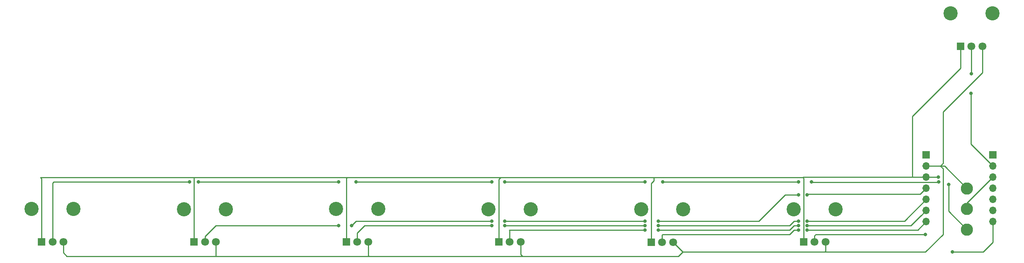
<source format=gbr>
%TF.GenerationSoftware,KiCad,Pcbnew,7.0.5-0*%
%TF.CreationDate,2023-08-11T11:25:24-04:00*%
%TF.ProjectId,AmpSim,416d7053-696d-42e6-9b69-6361645f7063,rev?*%
%TF.SameCoordinates,Original*%
%TF.FileFunction,Copper,L1,Top*%
%TF.FilePolarity,Positive*%
%FSLAX46Y46*%
G04 Gerber Fmt 4.6, Leading zero omitted, Abs format (unit mm)*
G04 Created by KiCad (PCBNEW 7.0.5-0) date 2023-08-11 11:25:24*
%MOMM*%
%LPD*%
G01*
G04 APERTURE LIST*
%TA.AperFunction,ComponentPad*%
%ADD10C,2.800000*%
%TD*%
%TA.AperFunction,ComponentPad*%
%ADD11C,1.800000*%
%TD*%
%TA.AperFunction,ComponentPad*%
%ADD12R,1.800000X1.800000*%
%TD*%
%TA.AperFunction,ComponentPad*%
%ADD13C,3.240000*%
%TD*%
%TA.AperFunction,ComponentPad*%
%ADD14R,1.700000X1.700000*%
%TD*%
%TA.AperFunction,ComponentPad*%
%ADD15O,1.700000X1.700000*%
%TD*%
%TA.AperFunction,ViaPad*%
%ADD16C,0.800000*%
%TD*%
%TA.AperFunction,Conductor*%
%ADD17C,0.250000*%
%TD*%
G04 APERTURE END LIST*
D10*
%TO.P,SW1,1,A*%
%TO.N,+3.3V*%
X270500000Y-212900000D03*
%TO.P,SW1,2,B*%
%TO.N,/P2*%
X270500000Y-208200000D03*
%TO.P,SW1,3,C*%
%TO.N,GND*%
X270500000Y-203500000D03*
%TD*%
D11*
%TO.P,RV2,3,3*%
%TO.N,GND*%
X133780000Y-215725000D03*
%TO.P,RV2,2,2*%
%TO.N,/P9*%
X131280000Y-215725000D03*
D12*
%TO.P,RV2,1,1*%
%TO.N,+3.3V*%
X128780000Y-215725000D03*
D13*
%TO.P,RV2,*%
%TO.N,*%
X136080000Y-208225000D03*
X126480000Y-208225000D03*
%TD*%
D11*
%TO.P,RV4,3,3*%
%TO.N,GND*%
X274000000Y-171000000D03*
%TO.P,RV4,2,2*%
%TO.N,/P1*%
X271500000Y-171000000D03*
D12*
%TO.P,RV4,1,1*%
%TO.N,+3.3V*%
X269000000Y-171000000D03*
D13*
%TO.P,RV4,*%
%TO.N,*%
X276300000Y-163500000D03*
X266700000Y-163500000D03*
%TD*%
D11*
%TO.P,RV6,3,3*%
%TO.N,GND*%
X64220000Y-215735000D03*
%TO.P,RV6,2,2*%
%TO.N,/P5*%
X61720000Y-215735000D03*
D12*
%TO.P,RV6,1,1*%
%TO.N,+3.3V*%
X59220000Y-215735000D03*
D13*
%TO.P,RV6,*%
%TO.N,*%
X66520000Y-208235000D03*
X56920000Y-208235000D03*
%TD*%
D11*
%TO.P,RV5,3,3*%
%TO.N,GND*%
X203390000Y-215785000D03*
%TO.P,RV5,2,2*%
%TO.N,/P7*%
X200890000Y-215785000D03*
D12*
%TO.P,RV5,1,1*%
%TO.N,+3.3V*%
X198390000Y-215785000D03*
D13*
%TO.P,RV5,*%
%TO.N,*%
X205690000Y-208285000D03*
X196090000Y-208285000D03*
%TD*%
D11*
%TO.P,RV1,3,3*%
%TO.N,GND*%
X168570000Y-215765000D03*
%TO.P,RV1,2,2*%
%TO.N,/P8*%
X166070000Y-215765000D03*
D12*
%TO.P,RV1,1,1*%
%TO.N,+3.3V*%
X163570000Y-215765000D03*
D13*
%TO.P,RV1,*%
%TO.N,*%
X170870000Y-208265000D03*
X161270000Y-208265000D03*
%TD*%
D11*
%TO.P,RV3,3,3*%
%TO.N,GND*%
X99030000Y-215765000D03*
%TO.P,RV3,2,2*%
%TO.N,/P10*%
X96530000Y-215765000D03*
D12*
%TO.P,RV3,1,1*%
%TO.N,+3.3V*%
X94030000Y-215765000D03*
D13*
%TO.P,RV3,*%
%TO.N,*%
X101330000Y-208265000D03*
X91730000Y-208265000D03*
%TD*%
%TO.P,RV7,*%
%TO.N,*%
X230890000Y-208260000D03*
X240490000Y-208260000D03*
D12*
%TO.P,RV7,1,1*%
%TO.N,+3.3V*%
X233190000Y-215760000D03*
D11*
%TO.P,RV7,2,2*%
%TO.N,/P6*%
X235690000Y-215760000D03*
%TO.P,RV7,3,3*%
%TO.N,GND*%
X238190000Y-215760000D03*
%TD*%
D14*
%TO.P,J2,1,Pin_1*%
%TO.N,/+5V*%
X261160000Y-195860000D03*
D15*
%TO.P,J2,2,Pin_2*%
%TO.N,GND*%
X261160000Y-198400000D03*
%TO.P,J2,3,Pin_3*%
%TO.N,+3.3V*%
X261160000Y-200940000D03*
%TO.P,J2,4,Pin_4*%
%TO.N,/P10*%
X261160000Y-203480000D03*
%TO.P,J2,5,Pin_5*%
%TO.N,/P9*%
X261160000Y-206020000D03*
%TO.P,J2,6,Pin_6*%
%TO.N,/P8*%
X261160000Y-208560000D03*
%TO.P,J2,7,Pin_7*%
%TO.N,/P7*%
X261160000Y-211100000D03*
%TD*%
D14*
%TO.P,J1,1,Pin_1*%
%TO.N,/P0*%
X276400000Y-195840000D03*
D15*
%TO.P,J1,2,Pin_2*%
%TO.N,/P1*%
X276400000Y-198380000D03*
%TO.P,J1,3,Pin_3*%
%TO.N,/P2*%
X276400000Y-200920000D03*
%TO.P,J1,4,Pin_4*%
%TO.N,/P3*%
X276400000Y-203460000D03*
%TO.P,J1,5,Pin_5*%
%TO.N,/P4*%
X276400000Y-206000000D03*
%TO.P,J1,6,Pin_6*%
%TO.N,/P5*%
X276400000Y-208540000D03*
%TO.P,J1,7,Pin_7*%
%TO.N,/P6*%
X276400000Y-211080000D03*
%TD*%
D16*
%TO.N,+3.3V*%
X266300000Y-202600000D03*
X263900000Y-200900000D03*
%TO.N,/P6*%
X267200000Y-218000000D03*
%TO.N,/P1*%
X271400000Y-181800000D03*
X271500000Y-177300000D03*
%TO.N,/P5*%
X131000000Y-202000000D03*
X264000000Y-202000000D03*
X162000000Y-202000000D03*
X201000000Y-202000000D03*
X165000000Y-202000000D03*
X232000000Y-202000000D03*
X95000000Y-202000000D03*
X197000000Y-202000000D03*
X127000000Y-202000000D03*
X93000000Y-202000000D03*
X235000000Y-202000000D03*
%TO.N,/P6*%
X261000000Y-214000000D03*
%TO.N,/P10*%
X232000000Y-205000000D03*
X197000000Y-211000000D03*
X127000000Y-212000000D03*
X165000000Y-211000000D03*
X130000000Y-212000000D03*
X162000000Y-211000000D03*
X200000000Y-211000000D03*
X234000000Y-205000000D03*
%TO.N,/P9*%
X165000000Y-212000000D03*
X200000000Y-212000000D03*
X197000000Y-212000000D03*
X234000000Y-211000000D03*
X232000000Y-211000000D03*
X162000000Y-212000000D03*
%TO.N,/P8*%
X200000000Y-213000000D03*
X234000000Y-212000000D03*
X232000000Y-212000000D03*
X197000000Y-213000000D03*
%TO.N,/P7*%
X234000000Y-213000000D03*
X232000000Y-213000000D03*
%TD*%
D17*
%TO.N,/P2*%
X270500000Y-208200000D02*
X270500000Y-206820000D01*
X270500000Y-206820000D02*
X276400000Y-200920000D01*
%TO.N,+3.3V*%
X266300000Y-202600000D02*
X266300000Y-208700000D01*
X266300000Y-208700000D02*
X270500000Y-212900000D01*
X261160000Y-200940000D02*
X263860000Y-200940000D01*
X263860000Y-200940000D02*
X263900000Y-200900000D01*
%TO.N,/P6*%
X267200000Y-218000000D02*
X274200000Y-218000000D01*
X274200000Y-218000000D02*
X276400000Y-215800000D01*
X276400000Y-215800000D02*
X276400000Y-211080000D01*
%TO.N,GND*%
X264400000Y-198400000D02*
X263800000Y-198400000D01*
X263800000Y-198400000D02*
X261160000Y-198400000D01*
X265400000Y-198400000D02*
X263800000Y-198400000D01*
X270500000Y-203500000D02*
X265400000Y-198400000D01*
X265000000Y-214000000D02*
X265000000Y-199000000D01*
%TO.N,/P1*%
X271400000Y-181800000D02*
X271400000Y-193380000D01*
X271400000Y-193380000D02*
X276400000Y-198380000D01*
X271500000Y-171000000D02*
X271500000Y-177300000D01*
%TO.N,/P5*%
X95000000Y-202000000D02*
X127000000Y-202000000D01*
X201000000Y-202000000D02*
X232000000Y-202000000D01*
X61720000Y-215735000D02*
X61720000Y-202280000D01*
X235115000Y-202115000D02*
X263885000Y-202115000D01*
X263885000Y-202115000D02*
X264000000Y-202000000D01*
X62000000Y-202000000D02*
X93000000Y-202000000D01*
X61720000Y-202280000D02*
X62000000Y-202000000D01*
X165000000Y-202000000D02*
X197000000Y-202000000D01*
X235000000Y-202000000D02*
X235115000Y-202115000D01*
X131000000Y-202000000D02*
X162000000Y-202000000D01*
%TO.N,/P6*%
X235690000Y-215760000D02*
X235690000Y-214310000D01*
X235690000Y-214310000D02*
X236000000Y-214000000D01*
X236000000Y-214000000D02*
X261000000Y-214000000D01*
%TO.N,GND*%
X135000000Y-219000000D02*
X170000000Y-219000000D01*
X64220000Y-215735000D02*
X64220000Y-218220000D01*
X265000000Y-199000000D02*
X264400000Y-198400000D01*
X65000000Y-219000000D02*
X99000000Y-219000000D01*
X168570000Y-215765000D02*
X168570000Y-218570000D01*
X170000000Y-219000000D02*
X204605000Y-219000000D01*
X133780000Y-215725000D02*
X133780000Y-218780000D01*
X238190000Y-215760000D02*
X238190000Y-217810000D01*
X204605000Y-219000000D02*
X205605000Y-218000000D01*
X99030000Y-218970000D02*
X99000000Y-219000000D01*
X205605000Y-218000000D02*
X239000000Y-218000000D01*
X265000000Y-197800000D02*
X265000000Y-186000000D01*
X238000000Y-218000000D02*
X261000000Y-218000000D01*
X64220000Y-218220000D02*
X65000000Y-219000000D01*
X264400000Y-198400000D02*
X265000000Y-197800000D01*
X261000000Y-218000000D02*
X265000000Y-214000000D01*
X265000000Y-186000000D02*
X274000000Y-177000000D01*
X99030000Y-215765000D02*
X99030000Y-218970000D01*
X274000000Y-177000000D02*
X274000000Y-171000000D01*
X169000000Y-219000000D02*
X170000000Y-219000000D01*
X99000000Y-219000000D02*
X135000000Y-219000000D01*
X238190000Y-217810000D02*
X238000000Y-218000000D01*
X134000000Y-219000000D02*
X135000000Y-219000000D01*
X168570000Y-218570000D02*
X169000000Y-219000000D01*
X133780000Y-218780000D02*
X134000000Y-219000000D01*
X203390000Y-215785000D02*
X205605000Y-218000000D01*
%TO.N,+3.3V*%
X131000000Y-201000000D02*
X164000000Y-201000000D01*
X129000000Y-201000000D02*
X131000000Y-201000000D01*
X94000000Y-201000000D02*
X98000000Y-201000000D01*
X94030000Y-201030000D02*
X94000000Y-201000000D01*
X128780000Y-201220000D02*
X129000000Y-201000000D01*
X233190000Y-215760000D02*
X233190000Y-201810000D01*
X233190000Y-201810000D02*
X233190000Y-201190000D01*
X199000000Y-201000000D02*
X233000000Y-201000000D01*
X233190000Y-201190000D02*
X233000000Y-201000000D01*
X258000000Y-200940000D02*
X258000000Y-187000000D01*
X198390000Y-215785000D02*
X198390000Y-202390000D01*
X163570000Y-201430000D02*
X164000000Y-201000000D01*
X233060000Y-200940000D02*
X258000000Y-200940000D01*
X59220000Y-215735000D02*
X59220000Y-201220000D01*
X59220000Y-201220000D02*
X59000000Y-201000000D01*
X98000000Y-201000000D02*
X131000000Y-201000000D01*
X269000000Y-176000000D02*
X269000000Y-171000000D01*
X198390000Y-202390000D02*
X199000000Y-201780000D01*
X128780000Y-215725000D02*
X128780000Y-201220000D01*
X59000000Y-201000000D02*
X98000000Y-201000000D01*
X258000000Y-200940000D02*
X261160000Y-200940000D01*
X233000000Y-201000000D02*
X233060000Y-200940000D01*
X258000000Y-187000000D02*
X269000000Y-176000000D01*
X94030000Y-215765000D02*
X94030000Y-201030000D01*
X164000000Y-201000000D02*
X199000000Y-201000000D01*
X163570000Y-215765000D02*
X163570000Y-201430000D01*
X199000000Y-201780000D02*
X199000000Y-201000000D01*
%TO.N,/P10*%
X234000000Y-205000000D02*
X234155000Y-204845000D01*
X131000000Y-211000000D02*
X162000000Y-211000000D01*
X258700000Y-204845000D02*
X259795000Y-204845000D01*
X165000000Y-211000000D02*
X197000000Y-211000000D01*
X99000000Y-212000000D02*
X127000000Y-212000000D01*
X229000000Y-205000000D02*
X232000000Y-205000000D01*
X234155000Y-204845000D02*
X258700000Y-204845000D01*
X96530000Y-215765000D02*
X96530000Y-214470000D01*
X200000000Y-211000000D02*
X223000000Y-211000000D01*
X130000000Y-212000000D02*
X131000000Y-211000000D01*
X259795000Y-204845000D02*
X261160000Y-203480000D01*
X223000000Y-211000000D02*
X229000000Y-205000000D01*
X96530000Y-214470000D02*
X99000000Y-212000000D01*
%TO.N,/P9*%
X256200000Y-211000000D02*
X256200000Y-210980000D01*
X231000000Y-211000000D02*
X232000000Y-211000000D01*
X131280000Y-215725000D02*
X131280000Y-213720000D01*
X234000000Y-211000000D02*
X256200000Y-211000000D01*
X256200000Y-210980000D02*
X261160000Y-206020000D01*
X230000000Y-212000000D02*
X231000000Y-211000000D01*
X165000000Y-212000000D02*
X197000000Y-212000000D01*
X131280000Y-213720000D02*
X133000000Y-212000000D01*
X133000000Y-212000000D02*
X162000000Y-212000000D01*
X200000000Y-212000000D02*
X230000000Y-212000000D01*
%TO.N,/P8*%
X231000000Y-212000000D02*
X232000000Y-212000000D01*
X230000000Y-213000000D02*
X231000000Y-212000000D01*
X259985000Y-209715000D02*
X260005000Y-209715000D01*
X166070000Y-215765000D02*
X166070000Y-213070000D01*
X234000000Y-212000000D02*
X257700000Y-212000000D01*
X166000000Y-213000000D02*
X197000000Y-213000000D01*
X200000000Y-213000000D02*
X230000000Y-213000000D01*
X166070000Y-213070000D02*
X166000000Y-213000000D01*
X257700000Y-212000000D02*
X259985000Y-209715000D01*
X260005000Y-209715000D02*
X261160000Y-208560000D01*
%TO.N,/P7*%
X201000000Y-214000000D02*
X230000000Y-214000000D01*
X234000000Y-213000000D02*
X259260000Y-213000000D01*
X200890000Y-215785000D02*
X200890000Y-214110000D01*
X259260000Y-213000000D02*
X261160000Y-211100000D01*
X230000000Y-214000000D02*
X231000000Y-213000000D01*
X231000000Y-213000000D02*
X232000000Y-213000000D01*
X200890000Y-214110000D02*
X201000000Y-214000000D01*
%TD*%
M02*

</source>
